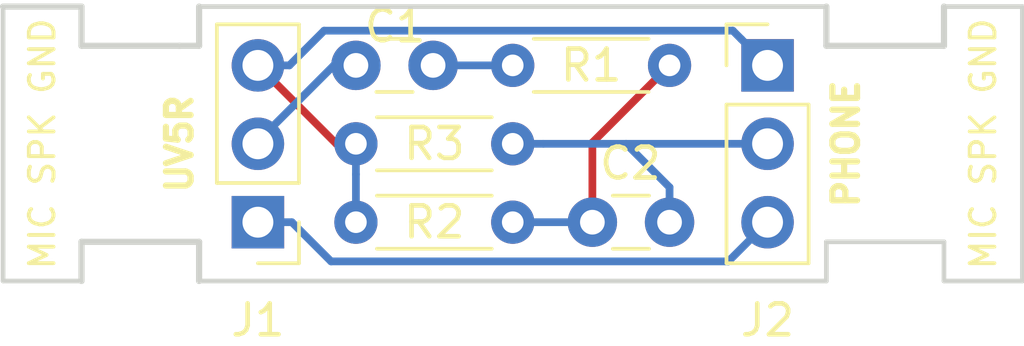
<source format=kicad_pcb>
(kicad_pcb (version 20171130) (host pcbnew "(5.0.0)")

  (general
    (thickness 1.6)
    (drawings 25)
    (tracks 25)
    (zones 0)
    (modules 7)
    (nets 7)
  )

  (page A4)
  (layers
    (0 F.Cu signal)
    (31 B.Cu signal)
    (32 B.Adhes user)
    (33 F.Adhes user)
    (34 B.Paste user)
    (35 F.Paste user)
    (36 B.SilkS user)
    (37 F.SilkS user)
    (38 B.Mask user)
    (39 F.Mask user)
    (40 Dwgs.User user)
    (41 Cmts.User user)
    (42 Eco1.User user)
    (43 Eco2.User user)
    (44 Edge.Cuts user)
    (45 Margin user)
    (46 B.CrtYd user)
    (47 F.CrtYd user)
    (48 B.Fab user)
    (49 F.Fab user)
  )

  (setup
    (last_trace_width 0.25)
    (trace_clearance 0.2)
    (zone_clearance 0.508)
    (zone_45_only no)
    (trace_min 0.2)
    (segment_width 0.2)
    (edge_width 0.15)
    (via_size 0.8)
    (via_drill 0.4)
    (via_min_size 0.4)
    (via_min_drill 0.3)
    (uvia_size 0.3)
    (uvia_drill 0.1)
    (uvias_allowed no)
    (uvia_min_size 0.2)
    (uvia_min_drill 0.1)
    (pcb_text_width 0.3)
    (pcb_text_size 1.5 1.5)
    (mod_edge_width 0.15)
    (mod_text_size 1 1)
    (mod_text_width 0.15)
    (pad_size 1.524 1.524)
    (pad_drill 0.762)
    (pad_to_mask_clearance 0.2)
    (aux_axis_origin 0 0)
    (visible_elements 7FFDFFFF)
    (pcbplotparams
      (layerselection 0x010fc_ffffffff)
      (usegerberextensions false)
      (usegerberattributes false)
      (usegerberadvancedattributes false)
      (creategerberjobfile false)
      (excludeedgelayer true)
      (linewidth 0.100000)
      (plotframeref false)
      (viasonmask false)
      (mode 1)
      (useauxorigin false)
      (hpglpennumber 1)
      (hpglpenspeed 20)
      (hpglpendiameter 15.000000)
      (psnegative false)
      (psa4output false)
      (plotreference true)
      (plotvalue true)
      (plotinvisibletext false)
      (padsonsilk false)
      (subtractmaskfromsilk false)
      (outputformat 1)
      (mirror false)
      (drillshape 1)
      (scaleselection 1)
      (outputdirectory ""))
  )

  (net 0 "")
  (net 1 SPKR)
  (net 2 "Net-(C1-Pad1)")
  (net 3 "Net-(C2-Pad1)")
  (net 4 "Net-(C2-Pad2)")
  (net 5 GND)
  (net 6 MIC)

  (net_class Default "Dies ist die voreingestellte Netzklasse."
    (clearance 0.2)
    (trace_width 0.25)
    (via_dia 0.8)
    (via_drill 0.4)
    (uvia_dia 0.3)
    (uvia_drill 0.1)
    (add_net GND)
    (add_net MIC)
    (add_net "Net-(C1-Pad1)")
    (add_net "Net-(C2-Pad1)")
    (add_net "Net-(C2-Pad2)")
    (add_net SPKR)
  )

  (module Capacitors_THT:C_Disc_D3.0mm_W1.6mm_P2.50mm (layer F.Cu) (tedit 5C4F5C05) (tstamp 5C4D208F)
    (at 142.2 92.075 180)
    (descr "C, Disc series, Radial, pin pitch=2.50mm, , diameter*width=3.0*1.6mm^2, Capacitor, http://www.vishay.com/docs/45233/krseries.pdf")
    (tags "C Disc series Radial pin pitch 2.50mm  diameter 3.0mm width 1.6mm Capacitor")
    (path /5C4CFBCC)
    (fp_text reference C1 (at 1.23 1.27 180) (layer F.SilkS)
      (effects (font (size 1 1) (thickness 0.15)))
    )
    (fp_text value 10nF (at -5.755 3.81 180) (layer F.Fab) hide
      (effects (font (size 1 1) (thickness 0.15)))
    )
    (fp_text user %R (at 1.25 0 180) (layer F.Fab)
      (effects (font (size 1 1) (thickness 0.15)))
    )
    (fp_line (start 3.55 -1.15) (end -1.05 -1.15) (layer F.CrtYd) (width 0.05))
    (fp_line (start 3.55 1.15) (end 3.55 -1.15) (layer F.CrtYd) (width 0.05))
    (fp_line (start -1.05 1.15) (end 3.55 1.15) (layer F.CrtYd) (width 0.05))
    (fp_line (start -1.05 -1.15) (end -1.05 1.15) (layer F.CrtYd) (width 0.05))
    (fp_line (start 0.663 0.861) (end 1.837 0.861) (layer F.SilkS) (width 0.12))
    (fp_line (start 0.663 -0.861) (end 1.837 -0.861) (layer F.SilkS) (width 0.12))
    (fp_line (start 2.75 -0.8) (end -0.25 -0.8) (layer F.Fab) (width 0.1))
    (fp_line (start 2.75 0.8) (end 2.75 -0.8) (layer F.Fab) (width 0.1))
    (fp_line (start -0.25 0.8) (end 2.75 0.8) (layer F.Fab) (width 0.1))
    (fp_line (start -0.25 -0.8) (end -0.25 0.8) (layer F.Fab) (width 0.1))
    (pad 2 thru_hole circle (at 2.5 0 180) (size 1.6 1.6) (drill 0.8) (layers *.Cu *.Mask)
      (net 1 SPKR))
    (pad 1 thru_hole circle (at 0 0 180) (size 1.6 1.6) (drill 0.8) (layers *.Cu *.Mask)
      (net 2 "Net-(C1-Pad1)"))
    (model ${KISYS3DMOD}/Capacitors_THT.3dshapes/C_Disc_D3.0mm_W1.6mm_P2.50mm.wrl
      (at (xyz 0 0 0))
      (scale (xyz 1 1 1))
      (rotate (xyz 0 0 0))
    )
  )

  (module Capacitors_THT:C_Disc_D3.0mm_W1.6mm_P2.50mm (layer F.Cu) (tedit 5C4F5D57) (tstamp 5C4D20A0)
    (at 149.86 97.155 180)
    (descr "C, Disc series, Radial, pin pitch=2.50mm, , diameter*width=3.0*1.6mm^2, Capacitor, http://www.vishay.com/docs/45233/krseries.pdf")
    (tags "C Disc series Radial pin pitch 2.50mm  diameter 3.0mm width 1.6mm Capacitor")
    (path /5C4CFC38)
    (fp_text reference C2 (at 1.27 1.905 180) (layer F.SilkS)
      (effects (font (size 1 1) (thickness 0.15)))
    )
    (fp_text value 10nF (at 7.62 9.525 180) (layer F.Fab) hide
      (effects (font (size 1 1) (thickness 0.15)))
    )
    (fp_line (start -0.25 -0.8) (end -0.25 0.8) (layer F.Fab) (width 0.1))
    (fp_line (start -0.25 0.8) (end 2.75 0.8) (layer F.Fab) (width 0.1))
    (fp_line (start 2.75 0.8) (end 2.75 -0.8) (layer F.Fab) (width 0.1))
    (fp_line (start 2.75 -0.8) (end -0.25 -0.8) (layer F.Fab) (width 0.1))
    (fp_line (start 0.663 -0.861) (end 1.837 -0.861) (layer F.SilkS) (width 0.12))
    (fp_line (start 0.663 0.861) (end 1.837 0.861) (layer F.SilkS) (width 0.12))
    (fp_line (start -1.05 -1.15) (end -1.05 1.15) (layer F.CrtYd) (width 0.05))
    (fp_line (start -1.05 1.15) (end 3.55 1.15) (layer F.CrtYd) (width 0.05))
    (fp_line (start 3.55 1.15) (end 3.55 -1.15) (layer F.CrtYd) (width 0.05))
    (fp_line (start 3.55 -1.15) (end -1.05 -1.15) (layer F.CrtYd) (width 0.05))
    (fp_text user %R (at 1.25 0 180) (layer F.Fab)
      (effects (font (size 1 1) (thickness 0.15)))
    )
    (pad 1 thru_hole circle (at 0 0 180) (size 1.6 1.6) (drill 0.8) (layers *.Cu *.Mask)
      (net 3 "Net-(C2-Pad1)"))
    (pad 2 thru_hole circle (at 2.5 0 180) (size 1.6 1.6) (drill 0.8) (layers *.Cu *.Mask)
      (net 4 "Net-(C2-Pad2)"))
    (model ${KISYS3DMOD}/Capacitors_THT.3dshapes/C_Disc_D3.0mm_W1.6mm_P2.50mm.wrl
      (at (xyz 0 0 0))
      (scale (xyz 1 1 1))
      (rotate (xyz 0 0 0))
    )
  )

  (module Resistors_THT:R_Axial_DIN0204_L3.6mm_D1.6mm_P5.08mm_Horizontal (layer F.Cu) (tedit 5874F706) (tstamp 5C4D20E0)
    (at 149.86 92.075 180)
    (descr "Resistor, Axial_DIN0204 series, Axial, Horizontal, pin pitch=5.08mm, 0.16666666666666666W = 1/6W, length*diameter=3.6*1.6mm^2, http://cdn-reichelt.de/documents/datenblatt/B400/1_4W%23YAG.pdf")
    (tags "Resistor Axial_DIN0204 series Axial Horizontal pin pitch 5.08mm 0.16666666666666666W = 1/6W length 3.6mm diameter 1.6mm")
    (path /5C4CFCB8)
    (fp_text reference R1 (at 2.54 0 180) (layer F.SilkS)
      (effects (font (size 1 1) (thickness 0.15)))
    )
    (fp_text value 10K (at 2.54 6.35 180) (layer F.Fab)
      (effects (font (size 1 1) (thickness 0.15)))
    )
    (fp_line (start 6.05 -1.15) (end -0.95 -1.15) (layer F.CrtYd) (width 0.05))
    (fp_line (start 6.05 1.15) (end 6.05 -1.15) (layer F.CrtYd) (width 0.05))
    (fp_line (start -0.95 1.15) (end 6.05 1.15) (layer F.CrtYd) (width 0.05))
    (fp_line (start -0.95 -1.15) (end -0.95 1.15) (layer F.CrtYd) (width 0.05))
    (fp_line (start 0.68 0.86) (end 4.4 0.86) (layer F.SilkS) (width 0.12))
    (fp_line (start 0.68 -0.86) (end 4.4 -0.86) (layer F.SilkS) (width 0.12))
    (fp_line (start 5.08 0) (end 4.34 0) (layer F.Fab) (width 0.1))
    (fp_line (start 0 0) (end 0.74 0) (layer F.Fab) (width 0.1))
    (fp_line (start 4.34 -0.8) (end 0.74 -0.8) (layer F.Fab) (width 0.1))
    (fp_line (start 4.34 0.8) (end 4.34 -0.8) (layer F.Fab) (width 0.1))
    (fp_line (start 0.74 0.8) (end 4.34 0.8) (layer F.Fab) (width 0.1))
    (fp_line (start 0.74 -0.8) (end 0.74 0.8) (layer F.Fab) (width 0.1))
    (pad 2 thru_hole oval (at 5.08 0 180) (size 1.4 1.4) (drill 0.7) (layers *.Cu *.Mask)
      (net 2 "Net-(C1-Pad1)"))
    (pad 1 thru_hole circle (at 0 0 180) (size 1.4 1.4) (drill 0.7) (layers *.Cu *.Mask)
      (net 4 "Net-(C2-Pad2)"))
    (model ${KISYS3DMOD}/Resistors_THT.3dshapes/R_Axial_DIN0204_L3.6mm_D1.6mm_P5.08mm_Horizontal.wrl
      (at (xyz 0 0 0))
      (scale (xyz 0.393701 0.393701 0.393701))
      (rotate (xyz 0 0 0))
    )
  )

  (module Resistors_THT:R_Axial_DIN0204_L3.6mm_D1.6mm_P5.08mm_Horizontal (layer F.Cu) (tedit 5874F706) (tstamp 5C4D20F2)
    (at 144.78 97.155 180)
    (descr "Resistor, Axial_DIN0204 series, Axial, Horizontal, pin pitch=5.08mm, 0.16666666666666666W = 1/6W, length*diameter=3.6*1.6mm^2, http://cdn-reichelt.de/documents/datenblatt/B400/1_4W%23YAG.pdf")
    (tags "Resistor Axial_DIN0204 series Axial Horizontal pin pitch 5.08mm 0.16666666666666666W = 1/6W length 3.6mm diameter 1.6mm")
    (path /5C4CFD81)
    (fp_text reference R2 (at 2.54 0 180) (layer F.SilkS)
      (effects (font (size 1 1) (thickness 0.15)))
    )
    (fp_text value 2K2 (at 1.905 -4.445 180) (layer F.Fab)
      (effects (font (size 1 1) (thickness 0.15)))
    )
    (fp_line (start 0.74 -0.8) (end 0.74 0.8) (layer F.Fab) (width 0.1))
    (fp_line (start 0.74 0.8) (end 4.34 0.8) (layer F.Fab) (width 0.1))
    (fp_line (start 4.34 0.8) (end 4.34 -0.8) (layer F.Fab) (width 0.1))
    (fp_line (start 4.34 -0.8) (end 0.74 -0.8) (layer F.Fab) (width 0.1))
    (fp_line (start 0 0) (end 0.74 0) (layer F.Fab) (width 0.1))
    (fp_line (start 5.08 0) (end 4.34 0) (layer F.Fab) (width 0.1))
    (fp_line (start 0.68 -0.86) (end 4.4 -0.86) (layer F.SilkS) (width 0.12))
    (fp_line (start 0.68 0.86) (end 4.4 0.86) (layer F.SilkS) (width 0.12))
    (fp_line (start -0.95 -1.15) (end -0.95 1.15) (layer F.CrtYd) (width 0.05))
    (fp_line (start -0.95 1.15) (end 6.05 1.15) (layer F.CrtYd) (width 0.05))
    (fp_line (start 6.05 1.15) (end 6.05 -1.15) (layer F.CrtYd) (width 0.05))
    (fp_line (start 6.05 -1.15) (end -0.95 -1.15) (layer F.CrtYd) (width 0.05))
    (pad 1 thru_hole circle (at 0 0 180) (size 1.4 1.4) (drill 0.7) (layers *.Cu *.Mask)
      (net 4 "Net-(C2-Pad2)"))
    (pad 2 thru_hole oval (at 5.08 0 180) (size 1.4 1.4) (drill 0.7) (layers *.Cu *.Mask)
      (net 5 GND))
    (model ${KISYS3DMOD}/Resistors_THT.3dshapes/R_Axial_DIN0204_L3.6mm_D1.6mm_P5.08mm_Horizontal.wrl
      (at (xyz 0 0 0))
      (scale (xyz 0.393701 0.393701 0.393701))
      (rotate (xyz 0 0 0))
    )
  )

  (module Resistors_THT:R_Axial_DIN0204_L3.6mm_D1.6mm_P5.08mm_Horizontal (layer F.Cu) (tedit 5C4F5B9D) (tstamp 5C4D2104)
    (at 144.78 94.615 180)
    (descr "Resistor, Axial_DIN0204 series, Axial, Horizontal, pin pitch=5.08mm, 0.16666666666666666W = 1/6W, length*diameter=3.6*1.6mm^2, http://cdn-reichelt.de/documents/datenblatt/B400/1_4W%23YAG.pdf")
    (tags "Resistor Axial_DIN0204 series Axial Horizontal pin pitch 5.08mm 0.16666666666666666W = 1/6W length 3.6mm diameter 1.6mm")
    (path /5C4CFE6A)
    (fp_text reference R3 (at 2.54 0 180) (layer F.SilkS)
      (effects (font (size 1 1) (thickness 0.15)))
    )
    (fp_text value 2K2 (at 7.62 8.255 180) (layer F.Fab) hide
      (effects (font (size 1 1) (thickness 0.15)))
    )
    (fp_line (start 6.05 -1.15) (end -0.95 -1.15) (layer F.CrtYd) (width 0.05))
    (fp_line (start 6.05 1.15) (end 6.05 -1.15) (layer F.CrtYd) (width 0.05))
    (fp_line (start -0.95 1.15) (end 6.05 1.15) (layer F.CrtYd) (width 0.05))
    (fp_line (start -0.95 -1.15) (end -0.95 1.15) (layer F.CrtYd) (width 0.05))
    (fp_line (start 0.68 0.86) (end 4.4 0.86) (layer F.SilkS) (width 0.12))
    (fp_line (start 0.68 -0.86) (end 4.4 -0.86) (layer F.SilkS) (width 0.12))
    (fp_line (start 5.08 0) (end 4.34 0) (layer F.Fab) (width 0.1))
    (fp_line (start 0 0) (end 0.74 0) (layer F.Fab) (width 0.1))
    (fp_line (start 4.34 -0.8) (end 0.74 -0.8) (layer F.Fab) (width 0.1))
    (fp_line (start 4.34 0.8) (end 4.34 -0.8) (layer F.Fab) (width 0.1))
    (fp_line (start 0.74 0.8) (end 4.34 0.8) (layer F.Fab) (width 0.1))
    (fp_line (start 0.74 -0.8) (end 0.74 0.8) (layer F.Fab) (width 0.1))
    (pad 2 thru_hole oval (at 5.08 0 180) (size 1.4 1.4) (drill 0.7) (layers *.Cu *.Mask)
      (net 5 GND))
    (pad 1 thru_hole circle (at 0 0 180) (size 1.4 1.4) (drill 0.7) (layers *.Cu *.Mask)
      (net 3 "Net-(C2-Pad1)"))
    (model ${KISYS3DMOD}/Resistors_THT.3dshapes/R_Axial_DIN0204_L3.6mm_D1.6mm_P5.08mm_Horizontal.wrl
      (at (xyz 0 0 0))
      (scale (xyz 0.393701 0.393701 0.393701))
      (rotate (xyz 0 0 0))
    )
  )

  (module Pin_Headers:Pin_Header_Straight_1x03_Pitch2.54mm (layer F.Cu) (tedit 5C4F7368) (tstamp 5C4F8330)
    (at 136.525 97.155 180)
    (descr "Through hole straight pin header, 1x03, 2.54mm pitch, single row")
    (tags "Through hole pin header THT 1x03 2.54mm single row")
    (path /5C4CF880)
    (fp_text reference J1 (at 0 -3.175 180) (layer F.SilkS)
      (effects (font (size 1 1) (thickness 0.15)))
    )
    (fp_text value UV-5R (at 0 7.41 180) (layer F.Fab)
      (effects (font (size 1 1) (thickness 0.15)))
    )
    (fp_text user %R (at 0 2.54 270) (layer F.Fab)
      (effects (font (size 1 1) (thickness 0.15)))
    )
    (fp_line (start 1.8 -1.8) (end -1.8 -1.8) (layer F.CrtYd) (width 0.05))
    (fp_line (start 1.8 6.85) (end 1.8 -1.8) (layer F.CrtYd) (width 0.05))
    (fp_line (start -1.8 6.85) (end 1.8 6.85) (layer F.CrtYd) (width 0.05))
    (fp_line (start -1.8 -1.8) (end -1.8 6.85) (layer F.CrtYd) (width 0.05))
    (fp_line (start -1.33 -1.33) (end 0 -1.33) (layer F.SilkS) (width 0.12))
    (fp_line (start -1.33 0) (end -1.33 -1.33) (layer F.SilkS) (width 0.12))
    (fp_line (start -1.33 1.27) (end 1.33 1.27) (layer F.SilkS) (width 0.12))
    (fp_line (start 1.33 1.27) (end 1.33 6.41) (layer F.SilkS) (width 0.12))
    (fp_line (start -1.33 1.27) (end -1.33 6.41) (layer F.SilkS) (width 0.12))
    (fp_line (start -1.33 6.41) (end 1.33 6.41) (layer F.SilkS) (width 0.12))
    (fp_line (start -1.27 -0.635) (end -0.635 -1.27) (layer F.Fab) (width 0.1))
    (fp_line (start -1.27 6.35) (end -1.27 -0.635) (layer F.Fab) (width 0.1))
    (fp_line (start 1.27 6.35) (end -1.27 6.35) (layer F.Fab) (width 0.1))
    (fp_line (start 1.27 -1.27) (end 1.27 6.35) (layer F.Fab) (width 0.1))
    (fp_line (start -0.635 -1.27) (end 1.27 -1.27) (layer F.Fab) (width 0.1))
    (pad 3 thru_hole oval (at 0 5.08 180) (size 1.7 1.7) (drill 1) (layers *.Cu *.Mask)
      (net 5 GND))
    (pad 2 thru_hole oval (at 0 2.54 180) (size 1.7 1.7) (drill 1) (layers *.Cu *.Mask)
      (net 1 SPKR))
    (pad 1 thru_hole rect (at 0 0 180) (size 1.7 1.7) (drill 1) (layers *.Cu *.Mask)
      (net 6 MIC))
    (model ${KISYS3DMOD}/Pin_Headers.3dshapes/Pin_Header_Straight_1x03_Pitch2.54mm.wrl
      (at (xyz 0 0 0))
      (scale (xyz 1 1 1))
      (rotate (xyz 0 0 0))
    )
  )

  (module Pin_Headers:Pin_Header_Straight_1x03_Pitch2.54mm (layer F.Cu) (tedit 59650532) (tstamp 5C4F8347)
    (at 153.035 92.075)
    (descr "Through hole straight pin header, 1x03, 2.54mm pitch, single row")
    (tags "Through hole pin header THT 1x03 2.54mm single row")
    (path /5C4CFA01)
    (fp_text reference J2 (at 0 8.255) (layer F.SilkS)
      (effects (font (size 1 1) (thickness 0.15)))
    )
    (fp_text value Mobilephone (at 0 7.41) (layer F.Fab)
      (effects (font (size 1 1) (thickness 0.15)))
    )
    (fp_line (start -0.635 -1.27) (end 1.27 -1.27) (layer F.Fab) (width 0.1))
    (fp_line (start 1.27 -1.27) (end 1.27 6.35) (layer F.Fab) (width 0.1))
    (fp_line (start 1.27 6.35) (end -1.27 6.35) (layer F.Fab) (width 0.1))
    (fp_line (start -1.27 6.35) (end -1.27 -0.635) (layer F.Fab) (width 0.1))
    (fp_line (start -1.27 -0.635) (end -0.635 -1.27) (layer F.Fab) (width 0.1))
    (fp_line (start -1.33 6.41) (end 1.33 6.41) (layer F.SilkS) (width 0.12))
    (fp_line (start -1.33 1.27) (end -1.33 6.41) (layer F.SilkS) (width 0.12))
    (fp_line (start 1.33 1.27) (end 1.33 6.41) (layer F.SilkS) (width 0.12))
    (fp_line (start -1.33 1.27) (end 1.33 1.27) (layer F.SilkS) (width 0.12))
    (fp_line (start -1.33 0) (end -1.33 -1.33) (layer F.SilkS) (width 0.12))
    (fp_line (start -1.33 -1.33) (end 0 -1.33) (layer F.SilkS) (width 0.12))
    (fp_line (start -1.8 -1.8) (end -1.8 6.85) (layer F.CrtYd) (width 0.05))
    (fp_line (start -1.8 6.85) (end 1.8 6.85) (layer F.CrtYd) (width 0.05))
    (fp_line (start 1.8 6.85) (end 1.8 -1.8) (layer F.CrtYd) (width 0.05))
    (fp_line (start 1.8 -1.8) (end -1.8 -1.8) (layer F.CrtYd) (width 0.05))
    (fp_text user %R (at 0 2.54 90) (layer F.Fab)
      (effects (font (size 1 1) (thickness 0.15)))
    )
    (pad 1 thru_hole rect (at 0 0) (size 1.7 1.7) (drill 1) (layers *.Cu *.Mask)
      (net 5 GND))
    (pad 2 thru_hole oval (at 0 2.54) (size 1.7 1.7) (drill 1) (layers *.Cu *.Mask)
      (net 3 "Net-(C2-Pad1)"))
    (pad 3 thru_hole oval (at 0 5.08) (size 1.7 1.7) (drill 1) (layers *.Cu *.Mask)
      (net 6 MIC))
    (model ${KISYS3DMOD}/Pin_Headers.3dshapes/Pin_Header_Straight_1x03_Pitch2.54mm.wrl
      (at (xyz 0 0 0))
      (scale (xyz 1 1 1))
      (rotate (xyz 0 0 0))
    )
  )

  (gr_text PHONE (at 155.575 94.615 90) (layer F.SilkS) (tstamp 5C4F86A6)
    (effects (font (size 0.8 0.8) (thickness 0.2)))
  )
  (gr_text UV5R (at 133.985 94.615 90) (layer F.SilkS)
    (effects (font (size 0.8 0.8) (thickness 0.2)))
  )
  (gr_line (start 158.75 97.79) (end 158.75 99.06) (layer Edge.Cuts) (width 0.15))
  (gr_line (start 154.94 97.79) (end 158.75 97.79) (layer Edge.Cuts) (width 0.15))
  (gr_line (start 154.94 99.06) (end 154.94 97.79) (layer Edge.Cuts) (width 0.15))
  (gr_line (start 158.75 91.44) (end 158.75 90.17) (layer Edge.Cuts) (width 0.2))
  (gr_line (start 154.94 91.44) (end 158.75 91.44) (layer Edge.Cuts) (width 0.2))
  (gr_line (start 154.94 90.17) (end 154.94 91.44) (layer Edge.Cuts) (width 0.2))
  (gr_line (start 134.62 97.79) (end 134.62 99.06) (layer Edge.Cuts) (width 0.2))
  (gr_line (start 130.81 97.79) (end 134.62 97.79) (layer Edge.Cuts) (width 0.2))
  (gr_line (start 130.81 99.06) (end 130.81 97.79) (layer Edge.Cuts) (width 0.2))
  (gr_line (start 134.62 91.44) (end 134.62 90.17) (layer Edge.Cuts) (width 0.2))
  (gr_line (start 133.985 91.44) (end 134.62 91.44) (layer Edge.Cuts) (width 0.2))
  (gr_line (start 130.81 91.44) (end 133.985 91.44) (layer Edge.Cuts) (width 0.2))
  (gr_line (start 130.81 90.17) (end 130.81 91.44) (layer Edge.Cuts) (width 0.2))
  (gr_text "MIC SPK GND" (at 129.54 94.615 90) (layer F.SilkS) (tstamp 5C4F7CD5)
    (effects (font (size 0.8 0.8) (thickness 0.125)))
  )
  (gr_text "MIC SPK GND" (at 160.02 94.615 90) (layer F.SilkS)
    (effects (font (size 0.8 0.8) (thickness 0.125)))
  )
  (gr_line (start 154.94 90.17) (end 134.62 90.17) (layer Edge.Cuts) (width 0.15))
  (gr_line (start 161.29 90.17) (end 158.75 90.17) (layer Edge.Cuts) (width 0.15))
  (gr_line (start 161.29 99.06) (end 161.29 90.17) (layer Edge.Cuts) (width 0.15))
  (gr_line (start 158.75 99.06) (end 161.29 99.06) (layer Edge.Cuts) (width 0.15))
  (gr_line (start 134.62 99.06) (end 154.94 99.06) (layer Edge.Cuts) (width 0.15))
  (gr_line (start 128.27 99.06) (end 130.81 99.06) (layer Edge.Cuts) (width 0.15))
  (gr_line (start 128.27 90.17) (end 128.27 99.06) (layer Edge.Cuts) (width 0.15))
  (gr_line (start 130.81 90.17) (end 128.27 90.17) (layer Edge.Cuts) (width 0.2))

  (segment (start 139.620001 91.995001) (end 139.7 92.075) (width 0.25) (layer B.Cu) (net 1))
  (segment (start 138.985001 92.075) (end 139.7 92.075) (width 0.25) (layer B.Cu) (net 1))
  (segment (start 136.445001 94.615) (end 138.985001 92.075) (width 0.25) (layer B.Cu) (net 1))
  (segment (start 142.2 92.075) (end 144.78 92.075) (width 0.25) (layer B.Cu) (net 2))
  (segment (start 145.769949 94.615) (end 144.78 94.615) (width 0.25) (layer B.Cu) (net 3))
  (segment (start 148.45137 94.615) (end 145.769949 94.615) (width 0.25) (layer B.Cu) (net 3))
  (segment (start 149.86 96.02363) (end 148.45137 94.615) (width 0.25) (layer B.Cu) (net 3))
  (segment (start 149.86 97.155) (end 149.86 96.02363) (width 0.25) (layer B.Cu) (net 3))
  (segment (start 148.45137 94.615) (end 153.035 94.615) (width 0.25) (layer B.Cu) (net 3))
  (segment (start 144.78 97.155) (end 147.36 97.155) (width 0.25) (layer B.Cu) (net 4))
  (segment (start 147.36 94.575) (end 149.86 92.075) (width 0.25) (layer F.Cu) (net 4))
  (segment (start 147.36 97.155) (end 147.36 94.575) (width 0.25) (layer F.Cu) (net 4))
  (segment (start 139.7 95.604949) (end 139.7 97.155) (width 0.25) (layer B.Cu) (net 5))
  (segment (start 139.7 94.615) (end 139.7 95.604949) (width 0.25) (layer B.Cu) (net 5))
  (segment (start 152.185001 91.225001) (end 153.035 92.075) (width 0.25) (layer B.Cu) (net 5))
  (segment (start 151.909999 90.949999) (end 152.185001 91.225001) (width 0.25) (layer B.Cu) (net 5))
  (segment (start 138.670002 90.949999) (end 151.909999 90.949999) (width 0.25) (layer B.Cu) (net 5))
  (segment (start 137.545001 92.075) (end 138.670002 90.949999) (width 0.25) (layer B.Cu) (net 5))
  (segment (start 136.445001 92.075) (end 137.545001 92.075) (width 0.25) (layer B.Cu) (net 5))
  (segment (start 139.065 94.615) (end 139.7 94.615) (width 0.25) (layer F.Cu) (net 5))
  (segment (start 136.525 92.075) (end 139.065 94.615) (width 0.25) (layer F.Cu) (net 5))
  (segment (start 137.625 97.155) (end 138.895 98.425) (width 0.25) (layer B.Cu) (net 6))
  (segment (start 136.525 97.155) (end 137.625 97.155) (width 0.25) (layer B.Cu) (net 6))
  (segment (start 151.765 98.425) (end 153.035 97.155) (width 0.25) (layer B.Cu) (net 6))
  (segment (start 138.895 98.425) (end 151.765 98.425) (width 0.25) (layer B.Cu) (net 6))

)

</source>
